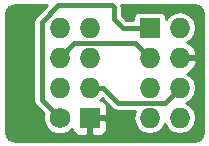
<source format=gbl>
G04 #@! TF.FileFunction,Copper,L2,Bot,Signal*
%FSLAX46Y46*%
G04 Gerber Fmt 4.6, Leading zero omitted, Abs format (unit mm)*
G04 Created by KiCad (PCBNEW 4.0.2+dfsg1-stable) date Thu 01 Jun 2017 07:33:31 PM MDT*
%MOMM*%
G01*
G04 APERTURE LIST*
%ADD10C,0.100000*%
%ADD11C,1.727200*%
%ADD12R,1.727200X1.727200*%
%ADD13O,1.727200X1.727200*%
%ADD14C,0.600000*%
%ADD15C,0.381000*%
%ADD16C,0.254000*%
G04 APERTURE END LIST*
D10*
D11*
X156210000Y-96520000D03*
D12*
X158750000Y-96520000D03*
D13*
X156210000Y-93980000D03*
X158750000Y-93980000D03*
X156210000Y-91440000D03*
X158750000Y-91440000D03*
X156210000Y-88900000D03*
X158750000Y-88900000D03*
D12*
X163830000Y-88900000D03*
D13*
X166370000Y-88900000D03*
X163830000Y-91440000D03*
X166370000Y-91440000D03*
X163830000Y-93980000D03*
X166370000Y-93980000D03*
X163830000Y-96520000D03*
X166370000Y-96520000D03*
D14*
X153289000Y-92710000D03*
D15*
X161544000Y-88900000D02*
X163830000Y-88900000D01*
X156210000Y-96520000D02*
X154686000Y-94996000D01*
X154686000Y-94996000D02*
X154686000Y-88392000D01*
X154686000Y-88392000D02*
X156083000Y-86995000D01*
X156083000Y-86995000D02*
X160655000Y-86995000D01*
X160655000Y-86995000D02*
X160782000Y-87122000D01*
X160782000Y-87122000D02*
X160782000Y-88138000D01*
X160782000Y-88138000D02*
X161544000Y-88900000D01*
X156210000Y-91440000D02*
X157464101Y-90185899D01*
X162575899Y-90185899D02*
X163830000Y-91440000D01*
X157464101Y-90185899D02*
X162575899Y-90185899D01*
X165115899Y-95234101D02*
X166370000Y-93980000D01*
X159893000Y-93980000D02*
X158750000Y-93980000D01*
X161147101Y-95234101D02*
X159893000Y-93980000D01*
X165115899Y-95234101D02*
X161147101Y-95234101D01*
D16*
G36*
X154192086Y-87898086D02*
X154040670Y-88124695D01*
X153996204Y-88348240D01*
X153987500Y-88392000D01*
X153987500Y-94996000D01*
X154040670Y-95263305D01*
X154192086Y-95489914D01*
X154870769Y-96168597D01*
X154838639Y-96245975D01*
X154838163Y-96791631D01*
X155046536Y-97295934D01*
X155432037Y-97682108D01*
X155935975Y-97891361D01*
X156481631Y-97891837D01*
X156985934Y-97683464D01*
X157251400Y-97418461D01*
X157251400Y-97509909D01*
X157348073Y-97743298D01*
X157526701Y-97921927D01*
X157760090Y-98018600D01*
X158464250Y-98018600D01*
X158623000Y-97859850D01*
X158623000Y-96647000D01*
X158877000Y-96647000D01*
X158877000Y-97859850D01*
X159035750Y-98018600D01*
X159739910Y-98018600D01*
X159973299Y-97921927D01*
X160151927Y-97743298D01*
X160248600Y-97509909D01*
X160248600Y-96805750D01*
X160089850Y-96647000D01*
X158877000Y-96647000D01*
X158623000Y-96647000D01*
X158603000Y-96647000D01*
X158603000Y-96393000D01*
X158623000Y-96393000D01*
X158623000Y-96373000D01*
X158877000Y-96373000D01*
X158877000Y-96393000D01*
X160089850Y-96393000D01*
X160248600Y-96234250D01*
X160248600Y-95530091D01*
X160151927Y-95296702D01*
X159973299Y-95118073D01*
X159739910Y-95021400D01*
X159653028Y-95021400D01*
X159719868Y-94976739D01*
X159792784Y-94867612D01*
X160653187Y-95728015D01*
X160879797Y-95879431D01*
X161147101Y-95932601D01*
X162586620Y-95932601D01*
X162562807Y-95968240D01*
X162458400Y-96493129D01*
X162458400Y-96546871D01*
X162562807Y-97071760D01*
X162860132Y-97516739D01*
X163305111Y-97814064D01*
X163830000Y-97918471D01*
X164354889Y-97814064D01*
X164799868Y-97516739D01*
X165097193Y-97071760D01*
X165100000Y-97057648D01*
X165102807Y-97071760D01*
X165400132Y-97516739D01*
X165845111Y-97814064D01*
X166370000Y-97918471D01*
X166894889Y-97814064D01*
X167339868Y-97516739D01*
X167637193Y-97071760D01*
X167741600Y-96546871D01*
X167741600Y-96493129D01*
X167637193Y-95968240D01*
X167339868Y-95523261D01*
X166930903Y-95250000D01*
X167339868Y-94976739D01*
X167637193Y-94531760D01*
X167741600Y-94006871D01*
X167741600Y-93953129D01*
X167637193Y-93428240D01*
X167339868Y-92983261D01*
X167024534Y-92772562D01*
X167144947Y-92722688D01*
X167576821Y-92328490D01*
X167824968Y-91799027D01*
X167704469Y-91567000D01*
X166497000Y-91567000D01*
X166497000Y-91587000D01*
X166243000Y-91587000D01*
X166243000Y-91567000D01*
X166223000Y-91567000D01*
X166223000Y-91313000D01*
X166243000Y-91313000D01*
X166243000Y-91293000D01*
X166497000Y-91293000D01*
X166497000Y-91313000D01*
X167704469Y-91313000D01*
X167824968Y-91080973D01*
X167576821Y-90551510D01*
X167144947Y-90157312D01*
X167024534Y-90107438D01*
X167339868Y-89896739D01*
X167637193Y-89451760D01*
X167741600Y-88926871D01*
X167741600Y-88873129D01*
X167637193Y-88348240D01*
X167339868Y-87903261D01*
X166894889Y-87605936D01*
X166370000Y-87501529D01*
X165845111Y-87605936D01*
X165400132Y-87903261D01*
X165211552Y-88185491D01*
X165211552Y-88036400D01*
X165176130Y-87848147D01*
X165064872Y-87675247D01*
X164895112Y-87559255D01*
X164693600Y-87518448D01*
X162966400Y-87518448D01*
X162778147Y-87553870D01*
X162605247Y-87665128D01*
X162489255Y-87834888D01*
X162448448Y-88036400D01*
X162448448Y-88201500D01*
X161833328Y-88201500D01*
X161480500Y-87848672D01*
X161480500Y-87122000D01*
X161444895Y-86943000D01*
X167582578Y-86943000D01*
X167898534Y-87005847D01*
X168117706Y-87152294D01*
X168264153Y-87371466D01*
X168327000Y-87687421D01*
X168327000Y-97732579D01*
X168264153Y-98048534D01*
X168117706Y-98267706D01*
X167898534Y-98414153D01*
X167582578Y-98477000D01*
X152457421Y-98477000D01*
X152141466Y-98414153D01*
X151922294Y-98267706D01*
X151775847Y-98048534D01*
X151713000Y-97732578D01*
X151713000Y-87687422D01*
X151775847Y-87371466D01*
X151922294Y-87152294D01*
X152141466Y-87005847D01*
X152457421Y-86943000D01*
X155147172Y-86943000D01*
X154192086Y-87898086D01*
X154192086Y-87898086D01*
G37*
X154192086Y-87898086D02*
X154040670Y-88124695D01*
X153996204Y-88348240D01*
X153987500Y-88392000D01*
X153987500Y-94996000D01*
X154040670Y-95263305D01*
X154192086Y-95489914D01*
X154870769Y-96168597D01*
X154838639Y-96245975D01*
X154838163Y-96791631D01*
X155046536Y-97295934D01*
X155432037Y-97682108D01*
X155935975Y-97891361D01*
X156481631Y-97891837D01*
X156985934Y-97683464D01*
X157251400Y-97418461D01*
X157251400Y-97509909D01*
X157348073Y-97743298D01*
X157526701Y-97921927D01*
X157760090Y-98018600D01*
X158464250Y-98018600D01*
X158623000Y-97859850D01*
X158623000Y-96647000D01*
X158877000Y-96647000D01*
X158877000Y-97859850D01*
X159035750Y-98018600D01*
X159739910Y-98018600D01*
X159973299Y-97921927D01*
X160151927Y-97743298D01*
X160248600Y-97509909D01*
X160248600Y-96805750D01*
X160089850Y-96647000D01*
X158877000Y-96647000D01*
X158623000Y-96647000D01*
X158603000Y-96647000D01*
X158603000Y-96393000D01*
X158623000Y-96393000D01*
X158623000Y-96373000D01*
X158877000Y-96373000D01*
X158877000Y-96393000D01*
X160089850Y-96393000D01*
X160248600Y-96234250D01*
X160248600Y-95530091D01*
X160151927Y-95296702D01*
X159973299Y-95118073D01*
X159739910Y-95021400D01*
X159653028Y-95021400D01*
X159719868Y-94976739D01*
X159792784Y-94867612D01*
X160653187Y-95728015D01*
X160879797Y-95879431D01*
X161147101Y-95932601D01*
X162586620Y-95932601D01*
X162562807Y-95968240D01*
X162458400Y-96493129D01*
X162458400Y-96546871D01*
X162562807Y-97071760D01*
X162860132Y-97516739D01*
X163305111Y-97814064D01*
X163830000Y-97918471D01*
X164354889Y-97814064D01*
X164799868Y-97516739D01*
X165097193Y-97071760D01*
X165100000Y-97057648D01*
X165102807Y-97071760D01*
X165400132Y-97516739D01*
X165845111Y-97814064D01*
X166370000Y-97918471D01*
X166894889Y-97814064D01*
X167339868Y-97516739D01*
X167637193Y-97071760D01*
X167741600Y-96546871D01*
X167741600Y-96493129D01*
X167637193Y-95968240D01*
X167339868Y-95523261D01*
X166930903Y-95250000D01*
X167339868Y-94976739D01*
X167637193Y-94531760D01*
X167741600Y-94006871D01*
X167741600Y-93953129D01*
X167637193Y-93428240D01*
X167339868Y-92983261D01*
X167024534Y-92772562D01*
X167144947Y-92722688D01*
X167576821Y-92328490D01*
X167824968Y-91799027D01*
X167704469Y-91567000D01*
X166497000Y-91567000D01*
X166497000Y-91587000D01*
X166243000Y-91587000D01*
X166243000Y-91567000D01*
X166223000Y-91567000D01*
X166223000Y-91313000D01*
X166243000Y-91313000D01*
X166243000Y-91293000D01*
X166497000Y-91293000D01*
X166497000Y-91313000D01*
X167704469Y-91313000D01*
X167824968Y-91080973D01*
X167576821Y-90551510D01*
X167144947Y-90157312D01*
X167024534Y-90107438D01*
X167339868Y-89896739D01*
X167637193Y-89451760D01*
X167741600Y-88926871D01*
X167741600Y-88873129D01*
X167637193Y-88348240D01*
X167339868Y-87903261D01*
X166894889Y-87605936D01*
X166370000Y-87501529D01*
X165845111Y-87605936D01*
X165400132Y-87903261D01*
X165211552Y-88185491D01*
X165211552Y-88036400D01*
X165176130Y-87848147D01*
X165064872Y-87675247D01*
X164895112Y-87559255D01*
X164693600Y-87518448D01*
X162966400Y-87518448D01*
X162778147Y-87553870D01*
X162605247Y-87665128D01*
X162489255Y-87834888D01*
X162448448Y-88036400D01*
X162448448Y-88201500D01*
X161833328Y-88201500D01*
X161480500Y-87848672D01*
X161480500Y-87122000D01*
X161444895Y-86943000D01*
X167582578Y-86943000D01*
X167898534Y-87005847D01*
X168117706Y-87152294D01*
X168264153Y-87371466D01*
X168327000Y-87687421D01*
X168327000Y-97732579D01*
X168264153Y-98048534D01*
X168117706Y-98267706D01*
X167898534Y-98414153D01*
X167582578Y-98477000D01*
X152457421Y-98477000D01*
X152141466Y-98414153D01*
X151922294Y-98267706D01*
X151775847Y-98048534D01*
X151713000Y-97732578D01*
X151713000Y-87687422D01*
X151775847Y-87371466D01*
X151922294Y-87152294D01*
X152141466Y-87005847D01*
X152457421Y-86943000D01*
X155147172Y-86943000D01*
X154192086Y-87898086D01*
M02*

</source>
